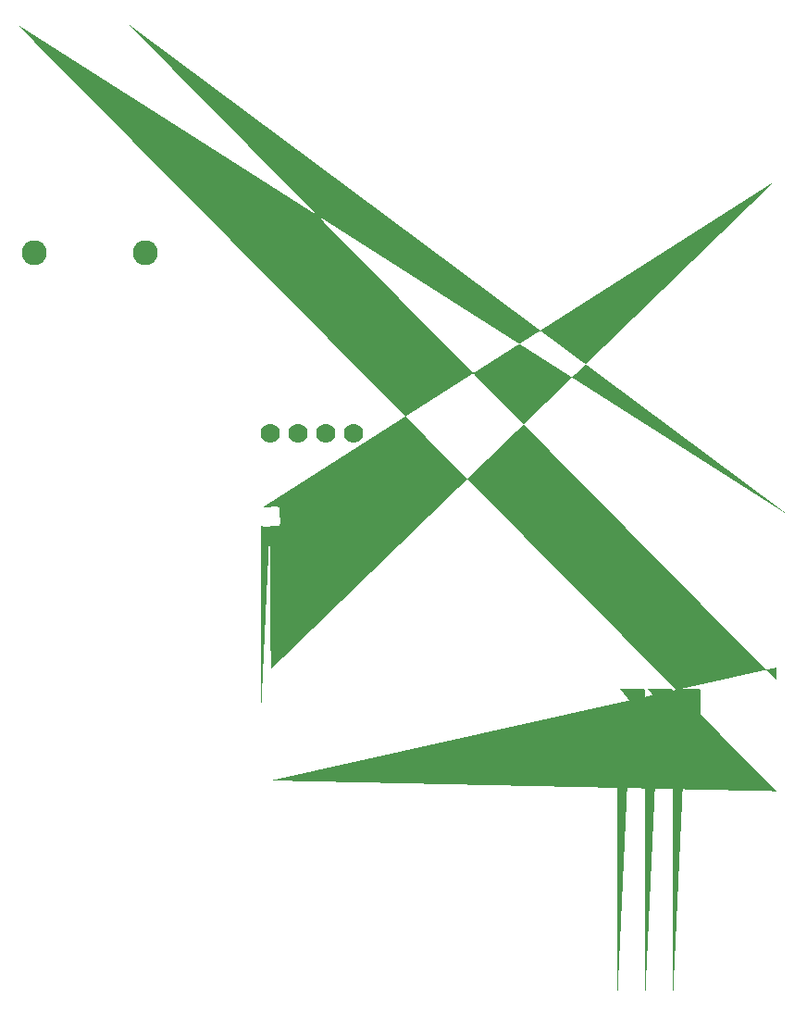
<source format=gbr>
G04 PROTEUS GERBER X2 FILE*
%TF.GenerationSoftware,Labcenter,Proteus,8.8-SP1-Build27031*%
%TF.CreationDate,2025-10-10T10:26:23+00:00*%
%TF.FileFunction,Soldermask,Bot*%
%TF.FilePolarity,Negative*%
%TF.Part,Single*%
%TF.SameCoordinates,{8094492f-3ff1-471c-8339-2af907f7cf70}*%
%FSLAX45Y45*%
%MOMM*%
G01*
%TA.AperFunction,Material*%
%ADD16C,2.286000*%
%AMPPAD007*
4,1,68,
-1.016000,1.270000,
1.016000,1.270000,
1.042400,1.268720,
1.067930,1.264950,
1.092490,1.258800,
1.115960,1.250400,
1.138220,1.239870,
1.159150,1.227300,
1.178650,1.212840,
1.196580,1.196580,
1.212840,1.178640,
1.227300,1.159150,
1.239860,1.138220,
1.250400,1.115960,
1.258800,1.092490,
1.264950,1.067930,
1.268720,1.042400,
1.270000,1.016000,
1.270000,-1.016000,
1.268720,-1.042400,
1.264950,-1.067930,
1.258800,-1.092490,
1.250400,-1.115960,
1.239860,-1.138220,
1.227300,-1.159150,
1.212840,-1.178640,
1.196580,-1.196580,
1.178650,-1.212840,
1.159150,-1.227300,
1.138220,-1.239870,
1.115960,-1.250400,
1.092490,-1.258800,
1.067930,-1.264950,
1.042400,-1.268720,
1.016000,-1.270000,
-1.016000,-1.270000,
-1.042400,-1.268720,
-1.067930,-1.264950,
-1.092490,-1.258800,
-1.115960,-1.250400,
-1.138220,-1.239870,
-1.159150,-1.227300,
-1.178650,-1.212840,
-1.196580,-1.196580,
-1.212840,-1.178640,
-1.227300,-1.159150,
-1.239860,-1.138220,
-1.250400,-1.115960,
-1.258800,-1.092490,
-1.264950,-1.067930,
-1.268720,-1.042400,
-1.270000,-1.016000,
-1.270000,1.016000,
-1.268720,1.042400,
-1.264950,1.067930,
-1.258800,1.092490,
-1.250400,1.115960,
-1.239860,1.138220,
-1.227300,1.159150,
-1.212840,1.178640,
-1.196580,1.196580,
-1.178650,1.212840,
-1.159150,1.227300,
-1.138220,1.239870,
-1.115960,1.250400,
-1.092490,1.258800,
-1.067930,1.264950,
-1.042400,1.268720,
-1.016000,1.270000,
0*%
%TA.AperFunction,Material*%
%ADD17PPAD007*%
%AMPPAD008*
4,1,68,
-0.635000,0.889000,
0.635000,0.889000,
0.661400,0.887720,
0.686930,0.883950,
0.711490,0.877800,
0.734960,0.869400,
0.757220,0.858870,
0.778150,0.846300,
0.797650,0.831840,
0.815580,0.815580,
0.831840,0.797640,
0.846300,0.778150,
0.858860,0.757220,
0.869400,0.734960,
0.877800,0.711490,
0.883950,0.686930,
0.887720,0.661400,
0.889000,0.635000,
0.889000,-0.635000,
0.887720,-0.661400,
0.883950,-0.686930,
0.877800,-0.711490,
0.869400,-0.734960,
0.858860,-0.757220,
0.846300,-0.778150,
0.831840,-0.797640,
0.815580,-0.815580,
0.797650,-0.831840,
0.778150,-0.846300,
0.757220,-0.858870,
0.734960,-0.869400,
0.711490,-0.877800,
0.686930,-0.883950,
0.661400,-0.887720,
0.635000,-0.889000,
-0.635000,-0.889000,
-0.661400,-0.887720,
-0.686930,-0.883950,
-0.711490,-0.877800,
-0.734960,-0.869400,
-0.757220,-0.858870,
-0.778150,-0.846300,
-0.797650,-0.831840,
-0.815580,-0.815580,
-0.831840,-0.797640,
-0.846300,-0.778150,
-0.858860,-0.757220,
-0.869400,-0.734960,
-0.877800,-0.711490,
-0.883950,-0.686930,
-0.887720,-0.661400,
-0.889000,-0.635000,
-0.889000,0.635000,
-0.887720,0.661400,
-0.883950,0.686930,
-0.877800,0.711490,
-0.869400,0.734960,
-0.858860,0.757220,
-0.846300,0.778150,
-0.831840,0.797640,
-0.815580,0.815580,
-0.797650,0.831840,
-0.778150,0.846300,
-0.757220,0.858870,
-0.734960,0.869400,
-0.711490,0.877800,
-0.686930,0.883950,
-0.661400,0.887720,
-0.635000,0.889000,
0*%
%TA.AperFunction,Material*%
%ADD18PPAD008*%
%ADD19C,1.778000*%
%TD.AperFunction*%
D16*
X-2413000Y+4622666D03*
X-1397000Y+4622666D03*
D17*
X+3048000Y+508000D03*
X+3302000Y+508000D03*
X+3556000Y+508000D03*
D18*
X-254000Y+2209666D03*
D19*
X+0Y+2209666D03*
X+254000Y+2209666D03*
X+508000Y+2209666D03*
X+508000Y+2971666D03*
X+254000Y+2971666D03*
X+0Y+2971666D03*
X-254000Y+2971666D03*
M02*

</source>
